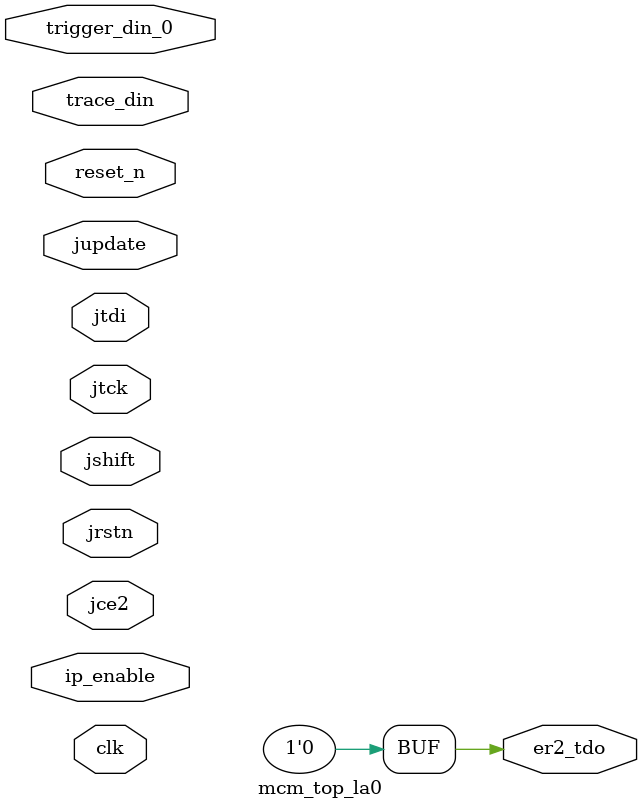
<source format=v>

/* WARNING - Changes to this file should be performed by re-running IPexpress
or modifying the .LPC file and regenerating the core.  Other changes may lead
to inconsistent simulation and/or implemenation results */

module mcm_top_la0 (
    clk,
    reset_n,
    jtck,
    jrstn,
    jce2,
    jtdi,
    er2_tdo,
    jshift,
    jupdate,
    trigger_din_0,
    trace_din,
    ip_enable
);

// PARAMETERS DEFINED BY USER
localparam NUM_TRACE_SIGNALS   = 91;
localparam NUM_TRIGGER_SIGNALS = 1;
localparam INCLUDE_TRIG_DATA   = 0;
localparam NUM_TU_BITS_0       = 1;

input  clk;
input  reset_n;
input  jtck;
input  jrstn;
input  jce2;
input  jtdi;
output er2_tdo;
input  jshift;
input  jupdate;
input  [NUM_TU_BITS_0 -1:0] trigger_din_0;
input  [NUM_TRACE_SIGNALS + (NUM_TRIGGER_SIGNALS * INCLUDE_TRIG_DATA) -1:0] trace_din;
input  ip_enable;

assign er2_tdo = 1'b0;

endmodule

</source>
